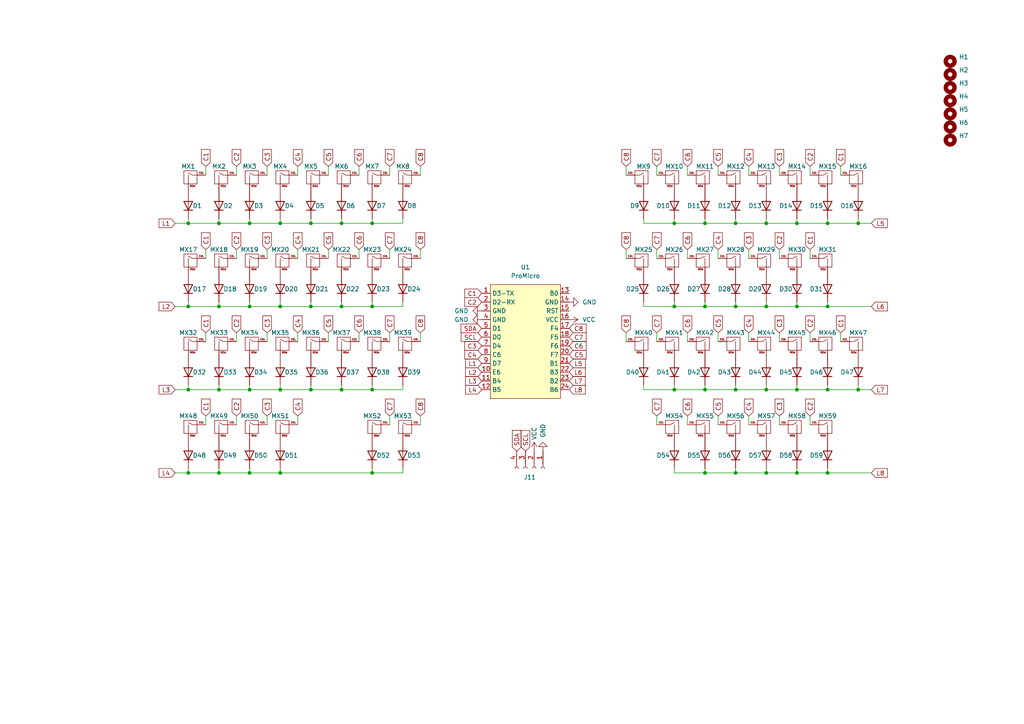
<source format=kicad_sch>
(kicad_sch (version 20230121) (generator eeschema)
  (paper "A4")
  (junction (at 222.25 64.77))
  (junction (at 81.28 113.03))
  (junction (at 63.5 88.9))
  (junction (at 72.39 88.9))
  (junction (at 213.36 137.16))
  (junction (at 63.5 113.03))
  (junction (at 72.39 64.77))
  (junction (at 213.36 113.03))
  (junction (at 204.47 137.16))
  (junction (at 72.39 137.16))
  (junction (at 107.95 64.77))
  (junction (at 204.47 64.77))
  (junction (at 222.25 137.16))
  (junction (at 195.58 113.03))
  (junction (at 231.14 113.03))
  (junction (at 204.47 113.03))
  (junction (at 248.92 64.77))
  (junction (at 240.03 64.77))
  (junction (at 195.58 64.77))
  (junction (at 107.95 88.9))
  (junction (at 99.06 64.77))
  (junction (at 72.39 113.03))
  (junction (at 81.28 88.9))
  (junction (at 90.17 88.9))
  (junction (at 240.03 88.9))
  (junction (at 222.25 88.9))
  (junction (at 54.61 64.77))
  (junction (at 54.61 113.03))
  (junction (at 54.61 88.9))
  (junction (at 231.14 64.77))
  (junction (at 213.36 88.9))
  (junction (at 213.36 64.77))
  (junction (at 99.06 88.9))
  (junction (at 99.06 113.03))
  (junction (at 81.28 64.77))
  (junction (at 63.5 137.16))
  (junction (at 81.28 137.16))
  (junction (at 90.17 64.77))
  (junction (at 222.25 113.03))
  (junction (at 248.92 113.03))
  (junction (at 195.58 88.9))
  (junction (at 240.03 113.03))
  (junction (at 204.47 88.9))
  (junction (at 231.14 88.9))
  (junction (at 63.5 64.77))
  (junction (at 231.14 137.16))
  (junction (at 107.95 113.03))
  (junction (at 107.95 137.16))
  (junction (at 240.03 137.16))
  (junction (at 90.17 113.03))
  (junction (at 54.61 137.16))
  (wire (pts (xy 222.25 88.9) (xy 222.25 87.63)))
  (wire (pts (xy 50.8 88.9) (xy 54.61 88.9)))
  (wire (pts (xy 208.28 120.65) (xy 208.28 123.19)))
  (wire (pts (xy 190.5 72.39) (xy 190.5 74.93)))
  (wire (pts (xy 63.5 137.16) (xy 72.39 137.16)))
  (wire (pts (xy 107.95 113.03) (xy 116.84 113.03)))
  (wire (pts (xy 59.69 72.39) (xy 59.69 74.93)))
  (wire (pts (xy 72.39 88.9) (xy 72.39 87.63)))
  (wire (pts (xy 63.5 64.77) (xy 63.5 63.5)))
  (wire (pts (xy 231.14 137.16) (xy 222.25 137.16)))
  (wire (pts (xy 54.61 137.16) (xy 63.5 137.16)))
  (wire (pts (xy 222.25 113.03) (xy 213.36 113.03)))
  (wire (pts (xy 104.14 96.52) (xy 104.14 99.06)))
  (wire (pts (xy 116.84 113.03) (xy 116.84 111.76)))
  (wire (pts (xy 50.8 113.03) (xy 54.61 113.03)))
  (wire (pts (xy 68.58 120.65) (xy 68.58 123.19)))
  (wire (pts (xy 90.17 113.03) (xy 90.17 111.76)))
  (wire (pts (xy 86.36 96.52) (xy 86.36 99.06)))
  (wire (pts (xy 240.03 88.9) (xy 252.73 88.9)))
  (wire (pts (xy 222.25 64.77) (xy 213.36 64.77)))
  (wire (pts (xy 107.95 88.9) (xy 107.95 87.63)))
  (wire (pts (xy 213.36 137.16) (xy 213.36 135.89)))
  (wire (pts (xy 190.5 96.52) (xy 190.5 99.06)))
  (wire (pts (xy 234.95 72.39) (xy 234.95 74.93)))
  (wire (pts (xy 77.47 48.26) (xy 77.47 50.8)))
  (wire (pts (xy 63.5 113.03) (xy 63.5 111.76)))
  (wire (pts (xy 72.39 113.03) (xy 81.28 113.03)))
  (wire (pts (xy 195.58 137.16) (xy 195.58 135.89)))
  (wire (pts (xy 104.14 72.39) (xy 104.14 74.93)))
  (wire (pts (xy 181.61 48.26) (xy 181.61 50.8)))
  (wire (pts (xy 99.06 113.03) (xy 107.95 113.03)))
  (wire (pts (xy 107.95 137.16) (xy 116.84 137.16)))
  (wire (pts (xy 217.17 72.39) (xy 217.17 74.93)))
  (wire (pts (xy 213.36 113.03) (xy 204.47 113.03)))
  (wire (pts (xy 240.03 88.9) (xy 240.03 87.63)))
  (wire (pts (xy 190.5 48.26) (xy 190.5 50.8)))
  (wire (pts (xy 181.61 72.39) (xy 181.61 74.93)))
  (wire (pts (xy 213.36 88.9) (xy 204.47 88.9)))
  (wire (pts (xy 95.25 96.52) (xy 95.25 99.06)))
  (wire (pts (xy 99.06 88.9) (xy 99.06 87.63)))
  (wire (pts (xy 199.39 72.39) (xy 199.39 74.93)))
  (wire (pts (xy 252.73 64.77) (xy 248.92 64.77)))
  (wire (pts (xy 121.92 120.65) (xy 121.92 123.19)))
  (wire (pts (xy 59.69 48.26) (xy 59.69 50.8)))
  (wire (pts (xy 90.17 88.9) (xy 99.06 88.9)))
  (wire (pts (xy 240.03 137.16) (xy 240.03 135.89)))
  (wire (pts (xy 72.39 137.16) (xy 72.39 135.89)))
  (wire (pts (xy 199.39 120.65) (xy 199.39 123.19)))
  (wire (pts (xy 248.92 64.77) (xy 240.03 64.77)))
  (wire (pts (xy 63.5 113.03) (xy 72.39 113.03)))
  (wire (pts (xy 77.47 72.39) (xy 77.47 74.93)))
  (wire (pts (xy 90.17 64.77) (xy 90.17 63.5)))
  (wire (pts (xy 252.73 113.03) (xy 248.92 113.03)))
  (wire (pts (xy 95.25 48.26) (xy 95.25 50.8)))
  (wire (pts (xy 86.36 48.26) (xy 86.36 50.8)))
  (wire (pts (xy 195.58 113.03) (xy 186.69 113.03)))
  (wire (pts (xy 190.5 120.65) (xy 190.5 123.19)))
  (wire (pts (xy 199.39 96.52) (xy 199.39 99.06)))
  (wire (pts (xy 54.61 64.77) (xy 54.61 63.5)))
  (wire (pts (xy 68.58 72.39) (xy 68.58 74.93)))
  (wire (pts (xy 243.84 96.52) (xy 243.84 99.06)))
  (wire (pts (xy 231.14 64.77) (xy 222.25 64.77)))
  (wire (pts (xy 121.92 72.39) (xy 121.92 74.93)))
  (wire (pts (xy 222.25 137.16) (xy 213.36 137.16)))
  (wire (pts (xy 181.61 96.52) (xy 181.61 99.06)))
  (wire (pts (xy 195.58 64.77) (xy 195.58 63.5)))
  (wire (pts (xy 213.36 113.03) (xy 213.36 111.76)))
  (wire (pts (xy 240.03 88.9) (xy 231.14 88.9)))
  (wire (pts (xy 81.28 137.16) (xy 107.95 137.16)))
  (wire (pts (xy 231.14 88.9) (xy 231.14 87.63)))
  (wire (pts (xy 195.58 113.03) (xy 195.58 111.76)))
  (wire (pts (xy 243.84 48.26) (xy 243.84 50.8)))
  (wire (pts (xy 222.25 137.16) (xy 222.25 135.89)))
  (wire (pts (xy 113.03 48.26) (xy 113.03 50.8)))
  (wire (pts (xy 231.14 88.9) (xy 222.25 88.9)))
  (wire (pts (xy 107.95 88.9) (xy 116.84 88.9)))
  (wire (pts (xy 217.17 96.52) (xy 217.17 99.06)))
  (wire (pts (xy 54.61 88.9) (xy 54.61 87.63)))
  (wire (pts (xy 204.47 113.03) (xy 195.58 113.03)))
  (wire (pts (xy 208.28 96.52) (xy 208.28 99.06)))
  (wire (pts (xy 81.28 64.77) (xy 90.17 64.77)))
  (wire (pts (xy 116.84 137.16) (xy 116.84 135.89)))
  (wire (pts (xy 90.17 64.77) (xy 99.06 64.77)))
  (wire (pts (xy 90.17 88.9) (xy 90.17 87.63)))
  (wire (pts (xy 113.03 96.52) (xy 113.03 99.06)))
  (wire (pts (xy 248.92 64.77) (xy 248.92 63.5)))
  (wire (pts (xy 186.69 88.9) (xy 186.69 87.63)))
  (wire (pts (xy 226.06 48.26) (xy 226.06 50.8)))
  (wire (pts (xy 121.92 48.26) (xy 121.92 50.8)))
  (wire (pts (xy 121.92 96.52) (xy 121.92 99.06)))
  (wire (pts (xy 63.5 64.77) (xy 72.39 64.77)))
  (wire (pts (xy 86.36 120.65) (xy 86.36 123.19)))
  (wire (pts (xy 68.58 96.52) (xy 68.58 99.06)))
  (wire (pts (xy 81.28 137.16) (xy 81.28 135.89)))
  (wire (pts (xy 234.95 48.26) (xy 234.95 50.8)))
  (wire (pts (xy 186.69 113.03) (xy 186.69 111.76)))
  (wire (pts (xy 99.06 64.77) (xy 107.95 64.77)))
  (wire (pts (xy 204.47 88.9) (xy 195.58 88.9)))
  (wire (pts (xy 50.8 64.77) (xy 54.61 64.77)))
  (wire (pts (xy 107.95 64.77) (xy 116.84 64.77)))
  (wire (pts (xy 234.95 120.65) (xy 234.95 123.19)))
  (wire (pts (xy 72.39 137.16) (xy 81.28 137.16)))
  (wire (pts (xy 217.17 120.65) (xy 217.17 123.19)))
  (wire (pts (xy 116.84 88.9) (xy 116.84 87.63)))
  (wire (pts (xy 195.58 64.77) (xy 186.69 64.77)))
  (wire (pts (xy 240.03 113.03) (xy 240.03 111.76)))
  (wire (pts (xy 81.28 64.77) (xy 81.28 63.5)))
  (wire (pts (xy 86.36 72.39) (xy 86.36 74.93)))
  (wire (pts (xy 59.69 96.52) (xy 59.69 99.06)))
  (wire (pts (xy 81.28 113.03) (xy 90.17 113.03)))
  (wire (pts (xy 226.06 96.52) (xy 226.06 99.06)))
  (wire (pts (xy 63.5 88.9) (xy 63.5 87.63)))
  (wire (pts (xy 231.14 137.16) (xy 231.14 135.89)))
  (wire (pts (xy 204.47 88.9) (xy 204.47 87.63)))
  (wire (pts (xy 72.39 113.03) (xy 72.39 111.76)))
  (wire (pts (xy 240.03 137.16) (xy 252.73 137.16)))
  (wire (pts (xy 113.03 120.65) (xy 113.03 123.19)))
  (wire (pts (xy 226.06 72.39) (xy 226.06 74.93)))
  (wire (pts (xy 99.06 113.03) (xy 99.06 111.76)))
  (wire (pts (xy 240.03 113.03) (xy 231.14 113.03)))
  (wire (pts (xy 195.58 88.9) (xy 186.69 88.9)))
  (wire (pts (xy 226.06 120.65) (xy 226.06 123.19)))
  (wire (pts (xy 68.58 48.26) (xy 68.58 50.8)))
  (wire (pts (xy 72.39 64.77) (xy 72.39 63.5)))
  (wire (pts (xy 234.95 96.52) (xy 234.95 99.06)))
  (wire (pts (xy 231.14 113.03) (xy 231.14 111.76)))
  (wire (pts (xy 90.17 113.03) (xy 99.06 113.03)))
  (wire (pts (xy 72.39 88.9) (xy 81.28 88.9)))
  (wire (pts (xy 248.92 113.03) (xy 240.03 113.03)))
  (wire (pts (xy 72.39 64.77) (xy 81.28 64.77)))
  (wire (pts (xy 54.61 113.03) (xy 63.5 113.03)))
  (wire (pts (xy 222.25 113.03) (xy 222.25 111.76)))
  (wire (pts (xy 208.28 72.39) (xy 208.28 74.93)))
  (wire (pts (xy 59.69 120.65) (xy 59.69 123.19)))
  (wire (pts (xy 116.84 64.77) (xy 116.84 63.5)))
  (wire (pts (xy 217.17 48.26) (xy 217.17 50.8)))
  (wire (pts (xy 213.36 64.77) (xy 204.47 64.77)))
  (wire (pts (xy 240.03 64.77) (xy 240.03 63.5)))
  (wire (pts (xy 204.47 113.03) (xy 204.47 111.76)))
  (wire (pts (xy 107.95 64.77) (xy 107.95 63.5)))
  (wire (pts (xy 54.61 113.03) (xy 54.61 111.76)))
  (wire (pts (xy 107.95 113.03) (xy 107.95 111.76)))
  (wire (pts (xy 104.14 48.26) (xy 104.14 50.8)))
  (wire (pts (xy 204.47 137.16) (xy 204.47 135.89)))
  (wire (pts (xy 231.14 64.77) (xy 231.14 63.5)))
  (wire (pts (xy 113.03 72.39) (xy 113.03 74.93)))
  (wire (pts (xy 213.36 88.9) (xy 213.36 87.63)))
  (wire (pts (xy 208.28 48.26) (xy 208.28 50.8)))
  (wire (pts (xy 204.47 64.77) (xy 204.47 63.5)))
  (wire (pts (xy 107.95 137.16) (xy 107.95 135.89)))
  (wire (pts (xy 63.5 137.16) (xy 63.5 135.89)))
  (wire (pts (xy 240.03 64.77) (xy 231.14 64.77)))
  (wire (pts (xy 77.47 96.52) (xy 77.47 99.06)))
  (wire (pts (xy 81.28 113.03) (xy 81.28 111.76)))
  (wire (pts (xy 99.06 88.9) (xy 107.95 88.9)))
  (wire (pts (xy 81.28 88.9) (xy 81.28 87.63)))
  (wire (pts (xy 240.03 137.16) (xy 231.14 137.16)))
  (wire (pts (xy 231.14 113.03) (xy 222.25 113.03)))
  (wire (pts (xy 222.25 88.9) (xy 213.36 88.9)))
  (wire (pts (xy 195.58 88.9) (xy 195.58 87.63)))
  (wire (pts (xy 63.5 88.9) (xy 72.39 88.9)))
  (wire (pts (xy 213.36 64.77) (xy 213.36 63.5)))
  (wire (pts (xy 95.25 72.39) (xy 95.25 74.93)))
  (wire (pts (xy 222.25 64.77) (xy 222.25 63.5)))
  (wire (pts (xy 186.69 64.77) (xy 186.69 63.5)))
  (wire (pts (xy 99.06 64.77) (xy 99.06 63.5)))
  (wire (pts (xy 204.47 137.16) (xy 195.58 137.16)))
  (wire (pts (xy 54.61 137.16) (xy 54.61 135.89)))
  (wire (pts (xy 213.36 137.16) (xy 204.47 137.16)))
  (wire (pts (xy 54.61 64.77) (xy 63.5 64.77)))
  (wire (pts (xy 204.47 64.77) (xy 195.58 64.77)))
  (wire (pts (xy 77.47 120.65) (xy 77.47 123.19)))
  (wire (pts (xy 50.8 137.16) (xy 54.61 137.16)))
  (wire (pts (xy 54.61 88.9) (xy 63.5 88.9)))
  (wire (pts (xy 81.28 88.9) (xy 90.17 88.9)))
  (wire (pts (xy 199.39 48.26) (xy 199.39 50.8)))
  (wire (pts (xy 248.92 113.03) (xy 248.92 111.76)))
  (global_label "C4" (shape input) (at 86.36 48.26 90) (property "Intersheetrefs" "${INTERSHEET_REFS}" (effects hide)))
  (global_label "C1" (shape input) (at 59.69 96.52 90) (property "Intersheetrefs" "${INTERSHEET_REFS}" (effects hide)))
  (global_label "C7" (shape input) (at 113.03 96.52 90) (property "Intersheetrefs" "${INTERSHEET_REFS}" (effects hide)))
  (global_label "C6" (shape input) (at 199.39 48.26 90) (property "Intersheetrefs" "${INTERSHEET_REFS}" (effects hide)))
  (global_label "SCL" (shape input) (at 152.4 130.81 90) (property "Intersheetrefs" "${INTERSHEET_REFS}" (effects hide)))
  (global_label "C6" (shape input) (at 199.39 120.65 90) (property "Intersheetrefs" "${INTERSHEET_REFS}" (effects hide)))
  (global_label "C1" (shape input) (at 243.84 96.52 90) (property "Intersheetrefs" "${INTERSHEET_REFS}" (effects hide)))
  (global_label "C4" (shape input) (at 208.28 72.39 90) (property "Intersheetrefs" "${INTERSHEET_REFS}" (effects hide)))
  (global_label "C7" (shape input) (at 113.03 120.65 90) (property "Intersheetrefs" "${INTERSHEET_REFS}" (effects hide)))
  (global_label "C8" (shape input) (at 121.92 48.26 90) (property "Intersheetrefs" "${INTERSHEET_REFS}" (effects hide)))
  (global_label "C5" (shape input) (at 165.1 102.87 0) (property "Intersheetrefs" "${INTERSHEET_REFS}" (effects hide)))
  (global_label "L6" (shape input) (at 252.73 88.9 0) (property "Intersheetrefs" "${INTERSHEET_REFS}" (effects hide)))
  (global_label "C6" (shape input) (at 199.39 72.39 90) (property "Intersheetrefs" "${INTERSHEET_REFS}" (effects hide)))
  (global_label "L1" (shape input) (at 139.7 105.41 180) (property "Intersheetrefs" "${INTERSHEET_REFS}" (effects hide)))
  (global_label "C5" (shape input) (at 95.25 48.26 90) (property "Intersheetrefs" "${INTERSHEET_REFS}" (effects hide)))
  (global_label "C3" (shape input) (at 139.7 100.33 180) (property "Intersheetrefs" "${INTERSHEET_REFS}" (effects hide)))
  (global_label "C1" (shape input) (at 139.7 85.09 180) (property "Intersheetrefs" "${INTERSHEET_REFS}" (effects hide)))
  (global_label "C4" (shape input) (at 217.17 48.26 90) (property "Intersheetrefs" "${INTERSHEET_REFS}" (effects hide)))
  (global_label "L4" (shape input) (at 50.8 137.16 180) (property "Intersheetrefs" "${INTERSHEET_REFS}" (effects hide)))
  (global_label "L2" (shape input) (at 50.8 88.9 180) (property "Intersheetrefs" "${INTERSHEET_REFS}" (effects hide)))
  (global_label "C8" (shape input) (at 121.92 96.52 90) (property "Intersheetrefs" "${INTERSHEET_REFS}" (effects hide)))
  (global_label "C6" (shape input) (at 104.14 72.39 90) (property "Intersheetrefs" "${INTERSHEET_REFS}" (effects hide)))
  (global_label "L1" (shape input) (at 50.8 64.77 180) (property "Intersheetrefs" "${INTERSHEET_REFS}" (effects hide)))
  (global_label "C1" (shape input) (at 59.69 120.65 90) (property "Intersheetrefs" "${INTERSHEET_REFS}" (effects hide)))
  (global_label "C6" (shape input) (at 104.14 96.52 90) (property "Intersheetrefs" "${INTERSHEET_REFS}" (effects hide)))
  (global_label "C3" (shape input) (at 226.06 48.26 90) (property "Intersheetrefs" "${INTERSHEET_REFS}" (effects hide)))
  (global_label "C1" (shape input) (at 59.69 48.26 90) (property "Intersheetrefs" "${INTERSHEET_REFS}" (effects hide)))
  (global_label "C5" (shape input) (at 95.25 72.39 90) (property "Intersheetrefs" "${INTERSHEET_REFS}" (effects hide)))
  (global_label "C4" (shape input) (at 139.7 102.87 180) (property "Intersheetrefs" "${INTERSHEET_REFS}" (effects hide)))
  (global_label "C1" (shape input) (at 59.69 72.39 90) (property "Intersheetrefs" "${INTERSHEET_REFS}" (effects hide)))
  (global_label "SDA" (shape input) (at 139.7 95.25 180) (property "Intersheetrefs" "${INTERSHEET_REFS}" (effects hide)))
  (global_label "L6" (shape input) (at 165.1 107.95 0) (property "Intersheetrefs" "${INTERSHEET_REFS}" (effects hide)))
  (global_label "C8" (shape input) (at 181.61 96.52 90) (property "Intersheetrefs" "${INTERSHEET_REFS}" (effects hide)))
  (global_label "C5" (shape input) (at 208.28 48.26 90) (property "Intersheetrefs" "${INTERSHEET_REFS}" (effects hide)))
  (global_label "L5" (shape input) (at 165.1 105.41 0) (property "Intersheetrefs" "${INTERSHEET_REFS}" (effects hide)))
  (global_label "C7" (shape input) (at 113.03 72.39 90) (property "Intersheetrefs" "${INTERSHEET_REFS}" (effects hide)))
  (global_label "C2" (shape input) (at 139.7 87.63 180) (property "Intersheetrefs" "${INTERSHEET_REFS}" (effects hide)))
  (global_label "C2" (shape input) (at 68.58 48.26 90) (property "Intersheetrefs" "${INTERSHEET_REFS}" (effects hide)))
  (global_label "C7" (shape input) (at 190.5 96.52 90) (property "Intersheetrefs" "${INTERSHEET_REFS}" (effects hide)))
  (global_label "C8" (shape input) (at 181.61 48.26 90) (property "Intersheetrefs" "${INTERSHEET_REFS}" (effects hide)))
  (global_label "C3" (shape input) (at 77.47 72.39 90) (property "Intersheetrefs" "${INTERSHEET_REFS}" (effects hide)))
  (global_label "L7" (shape input) (at 165.1 110.49 0) (property "Intersheetrefs" "${INTERSHEET_REFS}" (effects hide)))
  (global_label "C4" (shape input) (at 86.36 96.52 90) (property "Intersheetrefs" "${INTERSHEET_REFS}" (effects hide)))
  (global_label "C2" (shape input) (at 226.06 72.39 90) (property "Intersheetrefs" "${INTERSHEET_REFS}" (effects hide)))
  (global_label "C8" (shape input) (at 121.92 72.39 90) (property "Intersheetrefs" "${INTERSHEET_REFS}" (effects hide)))
  (global_label "C4" (shape input) (at 86.36 72.39 90) (property "Intersheetrefs" "${INTERSHEET_REFS}" (effects hide)))
  (global_label "L8" (shape input) (at 252.73 137.16 0) (property "Intersheetrefs" "${INTERSHEET_REFS}" (effects hide)))
  (global_label "C3" (shape input) (at 77.47 48.26 90) (property "Intersheetrefs" "${INTERSHEET_REFS}" (effects hide)))
  (global_label "C3" (shape input) (at 77.47 96.52 90) (property "Intersheetrefs" "${INTERSHEET_REFS}" (effects hide)))
  (global_label "L3" (shape input) (at 139.7 110.49 180) (property "Intersheetrefs" "${INTERSHEET_REFS}" (effects hide)))
  (global_label "SCL" (shape input) (at 139.7 97.79 180) (property "Intersheetrefs" "${INTERSHEET_REFS}" (effects hide)))
  (global_label "C3" (shape input) (at 217.17 72.39 90) (property "Intersheetrefs" "${INTERSHEET_REFS}" (effects hide)))
  (global_label "C1" (shape input) (at 243.84 48.26 90) (property "Intersheetrefs" "${INTERSHEET_REFS}" (effects hide)))
  (global_label "C7" (shape input) (at 190.5 120.65 90) (property "Intersheetrefs" "${INTERSHEET_REFS}" (effects hide)))
  (global_label "C4" (shape input) (at 86.36 120.65 90) (property "Intersheetrefs" "${INTERSHEET_REFS}" (effects hide)))
  (global_label "C2" (shape input) (at 68.58 72.39 90) (property "Intersheetrefs" "${INTERSHEET_REFS}" (effects hide)))
  (global_label "L4" (shape input) (at 139.7 113.03 180) (property "Intersheetrefs" "${INTERSHEET_REFS}" (effects hide)))
  (global_label "C3" (shape input) (at 226.06 120.65 90) (property "Intersheetrefs" "${INTERSHEET_REFS}" (effects hide)))
  (global_label "C8" (shape input) (at 165.1 95.25 0) (property "Intersheetrefs" "${INTERSHEET_REFS}" (effects hide)))
  (global_label "C7" (shape input) (at 165.1 97.79 0) (property "Intersheetrefs" "${INTERSHEET_REFS}" (effects hide)))
  (global_label "L3" (shape input) (at 50.8 113.03 180) (property "Intersheetrefs" "${INTERSHEET_REFS}" (effects hide)))
  (global_label "C2" (shape input) (at 234.95 96.52 90) (property "Intersheetrefs" "${INTERSHEET_REFS}" (effects hide)))
  (global_label "L7" (shape input) (at 252.73 113.03 0) (property "Intersheetrefs" "${INTERSHEET_REFS}" (effects hide)))
  (global_label "C7" (shape input) (at 190.5 48.26 90) (property "Intersheetrefs" "${INTERSHEET_REFS}" (effects hide)))
  (global_label "C2" (shape input) (at 68.58 96.52 90) (property "Intersheetrefs" "${INTERSHEET_REFS}" (effects hide)))
  (global_label "L2" (shape input) (at 139.7 107.95 180) (property "Intersheetrefs" "${INTERSHEET_REFS}" (effects hide)))
  (global_label "C5" (shape input) (at 95.25 96.52 90) (property "Intersheetrefs" "${INTERSHEET_REFS}" (effects hide)))
  (global_label "C7" (shape input) (at 190.5 72.39 90) (property "Intersheetrefs" "${INTERSHEET_REFS}" (effects hide)))
  (global_label "C1" (shape input) (at 234.95 72.39 90) (property "Intersheetrefs" "${INTERSHEET_REFS}" (effects hide)))
  (global_label "C6" (shape input) (at 104.14 48.26 90) (property "Intersheetrefs" "${INTERSHEET_REFS}" (effects hide)))
  (global_label "C7" (shape input) (at 113.03 48.26 90) (property "Intersheetrefs" "${INTERSHEET_REFS}" (effects hide)))
  (global_label "C2" (shape input) (at 234.95 48.26 90) (property "Intersheetrefs" "${INTERSHEET_REFS}" (effects hide)))
  (global_label "C4" (shape input) (at 217.17 96.52 90) (property "Intersheetrefs" "${INTERSHEET_REFS}" (effects hide)))
  (global_label "C4" (shape input) (at 217.17 120.65 90) (property "Intersheetrefs" "${INTERSHEET_REFS}" (effects hide)))
  (global_label "C8" (shape input) (at 121.92 120.65 90) (property "Intersheetrefs" "${INTERSHEET_REFS}" (effects hide)))
  (global_label "SDA" (shape input) (at 149.86 130.81 90) (property "Intersheetrefs" "${INTERSHEET_REFS}" (effects hide)))
  (global_label "C5" (shape input) (at 208.28 96.52 90) (property "Intersheetrefs" "${INTERSHEET_REFS}" (effects hide)))
  (global_label "C2" (shape input) (at 234.95 120.65 90) (property "Intersheetrefs" "${INTERSHEET_REFS}" (effects hide)))
  (global_label "L5" (shape input) (at 252.73 64.77 0) (property "Intersheetrefs" "${INTERSHEET_REFS}" (effects hide)))
  (global_label "C5" (shape input) (at 208.28 120.65 90) (property "Intersheetrefs" "${INTERSHEET_REFS}" (effects hide)))
  (global_label "C3" (shape input) (at 77.47 120.65 90) (property "Intersheetrefs" "${INTERSHEET_REFS}" (effects hide)))
  (global_label "L8" (shape input) (at 165.1 113.03 0) (property "Intersheetrefs" "${INTERSHEET_REFS}" (effects hide)))
  (global_label "C8" (shape input) (at 181.61 72.39 90) (property "Intersheetrefs" "${INTERSHEET_REFS}" (effects hide)))
  (global_label "C2" (shape input) (at 68.58 120.65 90) (property "Intersheetrefs" "${INTERSHEET_REFS}" (effects hide)))
  (global_label "C3" (shape input) (at 226.06 96.52 90) (property "Intersheetrefs" "${INTERSHEET_REFS}" (effects hide)))
  (global_label "C6" (shape input) (at 199.39 96.52 90) (property "Intersheetrefs" "${INTERSHEET_REFS}" (effects hide)))
  (global_label "C6" (shape input) (at 165.1 100.33 0) (property "Intersheetrefs" "${INTERSHEET_REFS}" (effects hide)))
  (symbol (lib_id "PCM_0xcb:MX") (at 64.77 123.19 0) (unit 1)
    (property "Reference" "MX49" (at 63.5 120.65 0))
    (property "Value" "MX" (effects hide))
    (property "Footprint" "_mx:MX-Alps-Hybrid-1U" (effects hide))
  )
  (symbol (lib_id "Diode:1N4148") (at 63.5 59.69 90) (unit 1)
    (property "Reference" "D2" (at 64.77 59.69 90) (effects (justify right)))
    (property "Value" "1N4148" (effects hide))
    (property "Footprint" "Diode_THT:D_DO-35_SOD27_P7.62mm_Horizontal" (effects hide))
    (property "Datasheet" "https://assets.nexperia.com/documents/data-sheet/1N4148_1N4448.pdf" (effects hide))
    (property "Sim.Device" "D" (effects hide))
    (property "Sim.Pins" "1=K 2=A" (effects hide))
  )
  (symbol (lib_id "PCM_0xcb:MX") (at 73.66 99.06 0) (unit 1)
    (property "Reference" "MX34" (at 72.39 96.52 0))
    (property "Value" "MX" (effects hide))
    (property "Footprint" "_mx:MX-Alps-Hybrid-1U" (effects hide))
  )
  (symbol (lib_id "Diode:1N4148") (at 72.39 107.95 90) (unit 1)
    (property "Reference" "D34" (at 73.66 107.95 90) (effects (justify right)))
    (property "Value" "1N4148" (effects hide))
    (property "Footprint" "Diode_THT:D_DO-35_SOD27_P7.62mm_Horizontal" (effects hide))
    (property "Datasheet" "https://assets.nexperia.com/documents/data-sheet/1N4148_1N4448.pdf" (effects hide))
    (property "Sim.Device" "D" (effects hide))
    (property "Sim.Pins" "1=K 2=A" (effects hide))
  )
  (symbol (lib_id "Diode:1N4148") (at 222.25 132.08 270) (mirror x) (unit 1)
    (property "Reference" "D57" (at 220.98 132.08 90) (effects (justify right)))
    (property "Value" "1N4148" (effects hide))
    (property "Footprint" "Diode_THT:D_DO-35_SOD27_P7.62mm_Horizontal" (effects hide))
    (property "Datasheet" "https://assets.nexperia.com/documents/data-sheet/1N4148_1N4448.pdf" (effects hide))
    (property "Sim.Device" "D" (effects hide))
    (property "Sim.Pins" "1=K 2=A" (effects hide))
  )
  (symbol (lib_id "PCM_0xcb:MX") (at 73.66 50.8 0) (unit 1)
    (property "Reference" "MX3" (at 72.39 48.26 0))
    (property "Value" "MX" (effects hide))
    (property "Footprint" "_mx:MX-Alps-Hybrid-1U" (effects hide))
  )
  (symbol (lib_id "PCM_0xcb:MX") (at 220.98 99.06 0) (mirror y) (unit 1)
    (property "Reference" "MX44" (at 222.25 96.52 0))
    (property "Value" "MX" (effects hide))
    (property "Footprint" "_mx:MX-Alps-Hybrid-1U" (effects hide))
  )
  (symbol (lib_id "Diode:1N4148") (at 90.17 107.95 90) (unit 1)
    (property "Reference" "D36" (at 91.44 107.95 90) (effects (justify right)))
    (property "Value" "1N4148" (effects hide))
    (property "Footprint" "Diode_THT:D_DO-35_SOD27_P7.62mm_Horizontal" (effects hide))
    (property "Datasheet" "https://assets.nexperia.com/documents/data-sheet/1N4148_1N4448.pdf" (effects hide))
    (property "Sim.Device" "D" (effects hide))
    (property "Sim.Pins" "1=K 2=A" (effects hide))
  )
  (symbol (lib_id "Diode:1N4148") (at 231.14 107.95 270) (mirror x) (unit 1)
    (property "Reference" "D45" (at 229.87 107.95 90) (effects (justify right)))
    (property "Value" "1N4148" (effects hide))
    (property "Footprint" "Diode_THT:D_DO-35_SOD27_P7.62mm_Horizontal" (effects hide))
    (property "Datasheet" "https://assets.nexperia.com/documents/data-sheet/1N4148_1N4448.pdf" (effects hide))
    (property "Sim.Device" "D" (effects hide))
    (property "Sim.Pins" "1=K 2=A" (effects hide))
  )
  (symbol (lib_id "Diode:1N4148") (at 63.5 107.95 90) (unit 1)
    (property "Reference" "D33" (at 64.77 107.95 90) (effects (justify right)))
    (property "Value" "1N4148" (effects hide))
    (property "Footprint" "Diode_THT:D_DO-35_SOD27_P7.62mm_Horizontal" (effects hide))
    (property "Datasheet" "https://assets.nexperia.com/documents/data-sheet/1N4148_1N4448.pdf" (effects hide))
    (property "Sim.Device" "D" (effects hide))
    (property "Sim.Pins" "1=K 2=A" (effects hide))
  )
  (symbol (lib_id "Diode:1N4148") (at 81.28 132.08 90) (unit 1)
    (property "Reference" "D51" (at 82.55 132.08 90) (effects (justify right)))
    (property "Value" "1N4148" (effects hide))
    (property "Footprint" "Diode_THT:D_DO-35_SOD27_P7.62mm_Horizontal" (effects hide))
    (property "Datasheet" "https://assets.nexperia.com/documents/data-sheet/1N4148_1N4448.pdf" (effects hide))
    (property "Sim.Device" "D" (effects hide))
    (property "Sim.Pins" "1=K 2=A" (effects hide))
  )
  (symbol (lib_id "PCM_0xcb:MX") (at 220.98 74.93 0) (mirror y) (unit 1)
    (property "Reference" "MX29" (at 222.25 72.39 0))
    (property "Value" "MX" (effects hide))
    (property "Footprint" "_mx:MX-Alps-Hybrid-1U" (effects hide))
  )
  (symbol (lib_id "PCM_0xcb:MX") (at 64.77 50.8 0) (unit 1)
    (property "Reference" "MX2" (at 63.5 48.26 0))
    (property "Value" "MX" (effects hide))
    (property "Footprint" "_mx:MX-Alps-Hybrid-1U" (effects hide))
  )
  (symbol (lib_id "Diode:1N4148") (at 81.28 107.95 90) (unit 1)
    (property "Reference" "D35" (at 82.55 107.95 90) (effects (justify right)))
    (property "Value" "1N4148" (effects hide))
    (property "Footprint" "Diode_THT:D_DO-35_SOD27_P7.62mm_Horizontal" (effects hide))
    (property "Datasheet" "https://assets.nexperia.com/documents/data-sheet/1N4148_1N4448.pdf" (effects hide))
    (property "Sim.Device" "D" (effects hide))
    (property "Sim.Pins" "1=K 2=A" (effects hide))
  )
  (symbol (lib_id "Diode:1N4148") (at 72.39 83.82 90) (unit 1)
    (property "Reference" "D19" (at 73.66 83.82 90) (effects (justify right)))
    (property "Value" "1N4148" (effects hide))
    (property "Footprint" "Diode_THT:D_DO-35_SOD27_P7.62mm_Horizontal" (effects hide))
    (property "Datasheet" "https://assets.nexperia.com/documents/data-sheet/1N4148_1N4448.pdf" (effects hide))
    (property "Sim.Device" "D" (effects hide))
    (property "Sim.Pins" "1=K 2=A" (effects hide))
  )
  (symbol (lib_id "power:GND") (at 139.7 92.71 270) (unit 1)
    (property "Reference" "#PWR04" (effects hide))
    (property "Value" "GND" (at 135.89 92.71 90) (effects (justify right)))
  )
  (symbol (lib_id "Diode:1N4148") (at 195.58 83.82 270) (mirror x) (unit 1)
    (property "Reference" "D26" (at 194.31 83.82 90) (effects (justify right)))
    (property "Value" "1N4148" (effects hide))
    (property "Footprint" "Diode_THT:D_DO-35_SOD27_P7.62mm_Horizontal" (effects hide))
    (property "Datasheet" "https://assets.nexperia.com/documents/data-sheet/1N4148_1N4448.pdf" (effects hide))
    (property "Sim.Device" "D" (effects hide))
    (property "Sim.Pins" "1=K 2=A" (effects hide))
  )
  (symbol (lib_id "PCM_0xcb:MX") (at 212.09 99.06 0) (mirror y) (unit 1)
    (property "Reference" "MX43" (at 213.36 96.52 0))
    (property "Value" "MX" (effects hide))
    (property "Footprint" "_mx:MX-Alps-Hybrid-1U" (effects hide))
  )
  (symbol (lib_id "power:GND") (at 165.1 87.63 90) (unit 1)
    (property "Reference" "#PWR02" (effects hide))
    (property "Value" "GND" (at 168.91 87.63 90) (effects (justify right)))
  )
  (symbol (lib_id "Diode:1N4148") (at 107.95 83.82 90) (unit 1)
    (property "Reference" "D23" (at 109.22 83.82 90) (effects (justify right)))
    (property "Value" "1N4148" (effects hide))
    (property "Footprint" "Diode_THT:D_DO-35_SOD27_P7.62mm_Horizontal" (effects hide))
    (property "Datasheet" "https://assets.nexperia.com/documents/data-sheet/1N4148_1N4448.pdf" (effects hide))
    (property "Sim.Device" "D" (effects hide))
    (property "Sim.Pins" "1=K 2=A" (effects hide))
  )
  (symbol (lib_id "PCM_0xcb:MX") (at 194.31 74.93 0) (mirror y) (unit 1)
    (property "Reference" "MX26" (at 195.58 72.39 0))
    (property "Value" "MX" (effects hide))
    (property "Footprint" "_mx:MX-Alps-Hybrid-1U" (effects hide))
  )
  (symbol (lib_id "PCM_0xcb:MX") (at 203.2 99.06 0) (mirror y) (unit 1)
    (property "Reference" "MX42" (at 204.47 96.52 0))
    (property "Value" "MX" (effects hide))
    (property "Footprint" "_mx:MX-Alps-Hybrid-1.25U" (effects hide))
  )
  (symbol (lib_id "PCM_0xcb:MX") (at 194.31 123.19 0) (mirror y) (unit 1)
    (property "Reference" "MX54" (at 195.58 120.65 0))
    (property "Value" "MX" (effects hide))
    (property "Footprint" "_mx:MX-Alps-Hybrid-1.25U" (effects hide))
  )
  (symbol (lib_id "Diode:1N4148") (at 222.25 107.95 270) (mirror x) (unit 1)
    (property "Reference" "D44" (at 220.98 107.95 90) (effects (justify right)))
    (property "Value" "1N4148" (effects hide))
    (property "Footprint" "Diode_THT:D_DO-35_SOD27_P7.62mm_Horizontal" (effects hide))
    (property "Datasheet" "https://assets.nexperia.com/documents/data-sheet/1N4148_1N4448.pdf" (effects hide))
    (property "Sim.Device" "D" (effects hide))
    (property "Sim.Pins" "1=K 2=A" (effects hide))
  )
  (symbol (lib_id "Diode:1N4148") (at 204.47 107.95 270) (mirror x) (unit 1)
    (property "Reference" "D42" (at 203.2 107.95 90) (effects (justify right)))
    (property "Value" "1N4148" (effects hide))
    (property "Footprint" "Diode_THT:D_DO-35_SOD27_P7.62mm_Horizontal" (effects hide))
    (property "Datasheet" "https://assets.nexperia.com/documents/data-sheet/1N4148_1N4448.pdf" (effects hide))
    (property "Sim.Device" "D" (effects hide))
    (property "Sim.Pins" "1=K 2=A" (effects hide))
  )
  (symbol (lib_id "Diode:1N4148") (at 72.39 132.08 90) (unit 1)
    (property "Reference" "D50" (at 73.66 132.08 90) (effects (justify right)))
    (property "Value" "1N4148" (effects hide))
    (property "Footprint" "Diode_THT:D_DO-35_SOD27_P7.62mm_Horizontal" (effects hide))
    (property "Datasheet" "https://assets.nexperia.com/documents/data-sheet/1N4148_1N4448.pdf" (effects hide))
    (property "Sim.Device" "D" (effects hide))
    (property "Sim.Pins" "1=K 2=A" (effects hide))
  )
  (symbol (lib_id "PCM_0xcb:MX") (at 220.98 123.19 0) (mirror y) (unit 1)
    (property "Reference" "MX57" (at 222.25 120.65 0))
    (property "Value" "MX" (effects hide))
    (property "Footprint" "_mx:MX-Alps-Hybrid-1U" (effects hide))
  )
  (symbol (lib_id "PCM_0xcb:MX") (at 55.88 99.06 0) (unit 1)
    (property "Reference" "MX32" (at 54.61 96.52 0))
    (property "Value" "MX" (effects hide))
    (property "Footprint" "_mx:MX-Alps-Hybrid-1.75U" (effects hide))
  )
  (symbol (lib_id "PCM_0xcb:MX") (at 118.11 74.93 0) (unit 1)
    (property "Reference" "MX24" (at 116.84 72.39 0))
    (property "Value" "MX" (effects hide))
    (property "Footprint" "_mx:MX-Alps-Hybrid-1U" (effects hide))
  )
  (symbol (lib_id "Diode:1N4148") (at 116.84 107.95 90) (unit 1)
    (property "Reference" "D39" (at 118.11 107.95 90) (effects (justify right)))
    (property "Value" "1N4148" (effects hide))
    (property "Footprint" "Diode_THT:D_DO-35_SOD27_P7.62mm_Horizontal" (effects hide))
    (property "Datasheet" "https://assets.nexperia.com/documents/data-sheet/1N4148_1N4448.pdf" (effects hide))
    (property "Sim.Device" "D" (effects hide))
    (property "Sim.Pins" "1=K 2=A" (effects hide))
  )
  (symbol (lib_id "PCM_0xcb:MX") (at 229.87 74.93 0) (mirror y) (unit 1)
    (property "Reference" "MX30" (at 231.14 72.39 0))
    (property "Value" "MX" (effects hide))
    (property "Footprint" "_mx:MX-Alps-Hybrid-1U" (effects hide))
  )
  (symbol (lib_id "PCM_0xcb:MX") (at 118.11 123.19 0) (unit 1)
    (property "Reference" "MX53" (at 116.84 120.65 0))
    (property "Value" "MX" (effects hide))
    (property "Footprint" "_mx:MX-Alps-Hybrid-1.25U" (effects hide))
  )
  (symbol (lib_id "Diode:1N4148") (at 116.84 83.82 90) (unit 1)
    (property "Reference" "D24" (at 118.11 83.82 90) (effects (justify right)))
    (property "Value" "1N4148" (effects hide))
    (property "Footprint" "Diode_THT:D_DO-35_SOD27_P7.62mm_Horizontal" (effects hide))
    (property "Datasheet" "https://assets.nexperia.com/documents/data-sheet/1N4148_1N4448.pdf" (effects hide))
    (property "Sim.Device" "D" (effects hide))
    (property "Sim.Pins" "1=K 2=A" (effects hide))
  )
  (symbol (lib_id "Diode:1N4148") (at 107.95 132.08 90) (unit 1)
    (property "Reference" "D52" (at 109.22 132.08 90) (effects (justify right)))
    (property "Value" "1N4148" (effects hide))
    (property "Footprint" "Diode_THT:D_DO-35_SOD27_P7.62mm_Horizontal" (effects hide))
    (property "Datasheet" "https://assets.nexperia.com/documents/data-sheet/1N4148_1N4448.pdf" (effects hide))
    (property "Sim.Device" "D" (effects hide))
    (property "Sim.Pins" "1=K 2=A" (effects hide))
  )
  (symbol (lib_id "PCM_0xcb:MX") (at 238.76 50.8 0) (mirror y) (unit 1)
    (property "Reference" "MX15" (at 240.03 48.26 0))
    (property "Value" "MX" (effects hide))
    (property "Footprint" "_mx:MX-Alps-Hybrid-1U" (effects hide))
  )
  (symbol (lib_id "PCM_0xcb:MX") (at 229.87 99.06 0) (mirror y) (unit 1)
    (property "Reference" "MX45" (at 231.14 96.52 0))
    (property "Value" "MX" (effects hide))
    (property "Footprint" "_mx:MX-Alps-Hybrid-1U" (effects hide))
  )
  (symbol (lib_id "Mechanical:MountingHole") (at 275.59 17.78 0) (unit 1)
    (property "Reference" "H1" (at 278.13 16.51 0) (effects (justify left)))
    (property "Value" "MountingHole" (effects hide))
    (property "Footprint" "MountingHole:MountingHole_2.2mm_M2" (effects hide))
  )
  (symbol (lib_id "PCM_0xcb:MX") (at 91.44 99.06 0) (unit 1)
    (property "Reference" "MX36" (at 90.17 96.52 0))
    (property "Value" "MX" (effects hide))
    (property "Footprint" "_mx:MX-Alps-Hybrid-1U" (effects hide))
  )
  (symbol (lib_id "PCM_0xcb:MX") (at 73.66 74.93 0) (unit 1)
    (property "Reference" "MX19" (at 72.39 72.39 0))
    (property "Value" "MX" (effects hide))
    (property "Footprint" "_mx:MX-Alps-Hybrid-1U" (effects hide))
  )
  (symbol (lib_id "Diode:1N4148") (at 90.17 83.82 90) (unit 1)
    (property "Reference" "D21" (at 91.44 83.82 90) (effects (justify right)))
    (property "Value" "1N4148" (effects hide))
    (property "Footprint" "Diode_THT:D_DO-35_SOD27_P7.62mm_Horizontal" (effects hide))
    (property "Datasheet" "https://assets.nexperia.com/documents/data-sheet/1N4148_1N4448.pdf" (effects hide))
    (property "Sim.Device" "D" (effects hide))
    (property "Sim.Pins" "1=K 2=A" (effects hide))
  )
  (symbol (lib_id "Diode:1N4148") (at 213.36 107.95 270) (mirror x) (unit 1)
    (property "Reference" "D43" (at 212.09 107.95 90) (effects (justify right)))
    (property "Value" "1N4148" (effects hide))
    (property "Footprint" "Diode_THT:D_DO-35_SOD27_P7.62mm_Horizontal" (effects hide))
    (property "Datasheet" "https://assets.nexperia.com/documents/data-sheet/1N4148_1N4448.pdf" (effects hide))
    (property "Sim.Device" "D" (effects hide))
    (property "Sim.Pins" "1=K 2=A" (effects hide))
  )
  (symbol (lib_id "PCM_0xcb:MX") (at 194.31 99.06 0) (mirror y) (unit 1)
    (property "Reference" "MX41" (at 195.58 96.52 0))
    (property "Value" "MX" (effects hide))
    (property "Footprint" "_mx:MX-Alps-Hybrid-1U" (effects hide))
  )
  (symbol (lib_id "PCM_0xcb:MX") (at 64.77 74.93 0) (unit 1)
    (property "Reference" "MX18" (at 63.5 72.39 0))
    (property "Value" "MX" (effects hide))
    (property "Footprint" "_mx:MX-Alps-Hybrid-1U" (effects hide))
  )
  (symbol (lib_id "PCM_0xcb:MX") (at 109.22 123.19 0) (unit 1)
    (property "Reference" "MX52" (at 107.95 120.65 0))
    (property "Value" "MX" (effects hide))
    (property "Footprint" "_mx:MX-Alps-Hybrid-2.25U-ReversedStabilizers" (effects hide))
  )
  (symbol (lib_id "PCM_0xcb:MX") (at 229.87 123.19 0) (mirror y) (unit 1)
    (property "Reference" "MX58" (at 231.14 120.65 0))
    (property "Value" "MX" (effects hide))
    (property "Footprint" "_mx:MX-Alps-Hybrid-1U" (effects hide))
  )
  (symbol (lib_id "PCM_0xcb:MX") (at 82.55 50.8 0) (unit 1)
    (property "Reference" "MX4" (at 81.28 48.26 0))
    (property "Value" "MX" (effects hide))
    (property "Footprint" "_mx:MX-Alps-Hybrid-1U" (effects hide))
  )
  (symbol (lib_id "PCM_0xcb:MX") (at 82.55 99.06 0) (unit 1)
    (property "Reference" "MX35" (at 81.28 96.52 0))
    (property "Value" "MX" (effects hide))
    (property "Footprint" "_mx:MX-Alps-Hybrid-1U" (effects hide))
  )
  (symbol (lib_id "PCM_0xcb:MX") (at 109.22 99.06 0) (unit 1)
    (property "Reference" "MX38" (at 107.95 96.52 0))
    (property "Value" "MX" (effects hide))
    (property "Footprint" "_mx:MX-Alps-Hybrid-1U" (effects hide))
  )
  (symbol (lib_id "PCM_0xcb:MX") (at 203.2 123.19 0) (mirror y) (unit 1)
    (property "Reference" "MX55" (at 204.47 120.65 0))
    (property "Value" "MX" (effects hide))
    (property "Footprint" "_mx:MX-Alps-Hybrid-1U" (effects hide))
  )
  (symbol (lib_id "Connector:Conn_01x04_Socket") (at 154.94 135.89 270) (unit 1)
    (property "Reference" "J11" (at 153.67 138.43 90))
    (property "Value" "Conn_01x04_Socket" (effects hide))
    (property "Footprint" "_oled:SSD1306-0.91-OLED-4pin-128x32" (effects hide))
  )
  (symbol (lib_id "Diode:1N4148") (at 116.84 132.08 90) (unit 1)
    (property "Reference" "D53" (at 118.11 132.08 90) (effects (justify right)))
    (property "Value" "1N4148" (effects hide))
    (property "Footprint" "Diode_THT:D_DO-35_SOD27_P7.62mm_Horizontal" (effects hide))
    (property "Datasheet" "https://assets.nexperia.com/documents/data-sheet/1N4148_1N4448.pdf" (effects hide))
    (property "Sim.Device" "D" (effects hide))
    (property "Sim.Pins" "1=K 2=A" (effects hide))
  )
  (symbol (lib_id "power:VCC") (at 165.1 92.71 270) (unit 1)
    (property "Reference" "#PWR05" (effects hide))
    (property "Value" "VCC" (at 168.91 92.71 90) (effects (justify left)))
  )
  (symbol (lib_id "Diode:1N4148") (at 116.84 59.69 90) (unit 1)
    (property "Reference" "D8" (at 118.11 59.69 90) (effects (justify right)))
    (property "Value" "1N4148" (effects hide))
    (property "Footprint" "Diode_THT:D_DO-35_SOD27_P7.62mm_Horizontal" (effects hide))
    (property "Datasheet" "https://assets.nexperia.com/documents/data-sheet/1N4148_1N4448.pdf" (effects hide))
    (property "Sim.Device" "D" (effects hide))
    (property "Sim.Pins" "1=K 2=A" (effects hide))
  )
  (symbol (lib_id "Diode:1N4148") (at 72.39 59.69 90) (unit 1)
    (property "Reference" "D3" (at 73.66 59.69 90) (effects (justify right)))
    (property "Value" "1N4148" (effects hide))
    (property "Footprint" "Diode_THT:D_DO-35_SOD27_P7.62mm_Horizontal" (effects hide))
    (property "Datasheet" "https://assets.nexperia.com/documents/data-sheet/1N4148_1N4448.pdf" (effects hide))
    (property "Sim.Device" "D" (effects hide))
    (property "Sim.Pins" "1=K 2=A" (effects hide))
  )
  (symbol (lib_id "Diode:1N4148") (at 54.61 107.95 90) (unit 1)
    (property "Reference" "D32" (at 55.88 107.95 90) (effects (justify right)))
    (property "Value" "1N4148" (effects hide))
    (property "Footprint" "Diode_THT:D_DO-35_SOD27_P7.62mm_Horizontal" (effects hide))
    (property "Datasheet" "https://assets.nexperia.com/documents/data-sheet/1N4148_1N4448.pdf" (effects hide))
    (property "Sim.Device" "D" (effects hide))
    (property "Sim.Pins" "1=K 2=A" (effects hide))
  )
  (symbol (lib_id "Diode:1N4148") (at 81.28 59.69 90) (unit 1)
    (property "Reference" "D4" (at 82.55 59.69 90) (effects (justify right)))
    (property "Value" "1N4148" (effects hide))
    (property "Footprint" "Diode_THT:D_DO-35_SOD27_P7.62mm_Horizontal" (effects hide))
    (property "Datasheet" "https://assets.nexperia.com/documents/data-sheet/1N4148_1N4448.pdf" (effects hide))
    (property "Sim.Device" "D" (effects hide))
    (property "Sim.Pins" "1=K 2=A" (effects hide))
  )
  (symbol (lib_id "Mechanical:MountingHole") (at 275.59 36.83 0) (unit 1)
    (property "Reference" "H6" (at 278.13 35.56 0) (effects (justify left)))
    (property "Value" "MountingHole" (effects hide))
    (property "Footprint" "MountingHole:MountingHole_2.2mm_M2" (effects hide))
  )
  (symbol (lib_id "PCM_marbastlib-promicroish:Arduino_ProMicro") (at 152.4 99.06 0) (unit 1) (in_bom no)
    (property "Reference" "U1" (at 152.4 77.47 0))
    (property "Value" "ProMicro" (at 152.4 80.01 0))
    (property "Footprint" "PCM_marbastlib-xp-promicroish:ProMicro_USBup" (effects hide))
  )
  (symbol (lib_id "Diode:1N4148") (at 90.17 59.69 90) (unit 1)
    (property "Reference" "D5" (at 91.44 59.69 90) (effects (justify right)))
    (property "Value" "1N4148" (effects hide))
    (property "Footprint" "Diode_THT:D_DO-35_SOD27_P7.62mm_Horizontal" (effects hide))
    (property "Datasheet" "https://assets.nexperia.com/documents/data-sheet/1N4148_1N4448.pdf" (effects hide))
    (property "Sim.Device" "D" (effects hide))
    (property "Sim.Pins" "1=K 2=A" (effects hide))
  )
  (symbol (lib_id "Diode:1N4148") (at 213.36 83.82 270) (mirror x) (unit 1)
    (property "Reference" "D28" (at 212.09 83.82 90) (effects (justify right)))
    (property "Value" "1N4148" (effects hide))
    (property "Footprint" "Diode_THT:D_DO-35_SOD27_P7.62mm_Horizontal" (effects hide))
    (property "Datasheet" "https://assets.nexperia.com/documents/data-sheet/1N4148_1N4448.pdf" (effects hide))
    (property "Sim.Device" "D" (effects hide))
    (property "Sim.Pins" "1=K 2=A" (effects hide))
  )
  (symbol (lib_id "Diode:1N4148") (at 107.95 107.95 90) (unit 1)
    (property "Reference" "D38" (at 109.22 107.95 90) (effects (justify right)))
    (property "Value" "1N4148" (effects hide))
    (property "Footprint" "Diode_THT:D_DO-35_SOD27_P7.62mm_Horizontal" (effects hide))
    (property "Datasheet" "https://assets.nexperia.com/documents/data-sheet/1N4148_1N4448.pdf" (effects hide))
    (property "Sim.Device" "D" (effects hide))
    (property "Sim.Pins" "1=K 2=A" (effects hide))
  )
  (symbol (lib_id "Diode:1N4148") (at 63.5 132.08 90) (unit 1)
    (property "Reference" "D49" (at 64.77 132.08 90) (effects (justify right)))
    (property "Value" "1N4148" (effects hide))
    (property "Footprint" "Diode_THT:D_DO-35_SOD27_P7.62mm_Horizontal" (effects hide))
    (property "Datasheet" "https://assets.nexperia.com/documents/data-sheet/1N4148_1N4448.pdf" (effects hide))
    (property "Sim.Device" "D" (effects hide))
    (property "Sim.Pins" "1=K 2=A" (effects hide))
  )
  (symbol (lib_id "PCM_0xcb:MX") (at 185.42 50.8 0) (mirror y) (unit 1)
    (property "Reference" "MX9" (at 186.69 48.26 0))
    (property "Value" "MX" (effects hide))
    (property "Footprint" "_mx:MX-Alps-Hybrid-1U" (effects hide))
  )
  (symbol (lib_id "PCM_0xcb:MX") (at 203.2 74.93 0) (mirror y) (unit 1)
    (property "Reference" "MX27" (at 204.47 72.39 0))
    (property "Value" "MX" (effects hide))
    (property "Footprint" "_mx:MX-Alps-Hybrid-1.75U" (effects hide))
  )
  (symbol (lib_id "Mechanical:MountingHole") (at 275.59 25.4 0) (unit 1)
    (property "Reference" "H3" (at 278.13 24.13 0) (effects (justify left)))
    (property "Value" "MountingHole" (effects hide))
    (property "Footprint" "MountingHole:MountingHole_2.2mm_M2" (effects hide))
  )
  (symbol (lib_id "Diode:1N4148") (at 213.36 59.69 270) (mirror x) (unit 1)
    (property "Reference" "D12" (at 212.09 59.69 90) (effects (justify right)))
    (property "Value" "1N4148" (effects hide))
    (property "Footprint" "Diode_THT:D_DO-35_SOD27_P7.62mm_Horizontal" (effects hide))
    (property "Datasheet" "https://assets.nexperia.com/documents/data-sheet/1N4148_1N4448.pdf" (effects hide))
    (property "Sim.Device" "D" (effects hide))
    (property "Sim.Pins" "1=K 2=A" (effects hide))
  )
  (symbol (lib_id "Diode:1N4148") (at 240.03 132.08 270) (mirror x) (unit 1)
    (property "Reference" "D59" (at 238.76 132.08 90) (effects (justify right)))
    (property "Value" "1N4148" (effects hide))
    (property "Footprint" "Diode_THT:D_DO-35_SOD27_P7.62mm_Horizontal" (effects hide))
    (property "Datasheet" "https://assets.nexperia.com/documents/data-sheet/1N4148_1N4448.pdf" (effects hide))
    (property "Sim.Device" "D" (effects hide))
    (property "Sim.Pins" "1=K 2=A" (effects hide))
  )
  (symbol (lib_id "PCM_0xcb:MX") (at 185.42 74.93 0) (mirror y) (unit 1)
    (property "Reference" "MX25" (at 186.69 72.39 0))
    (property "Value" "MX" (effects hide))
    (property "Footprint" "_mx:MX-Alps-Hybrid-1U" (effects hide))
  )
  (symbol (lib_id "Diode:1N4148") (at 195.58 107.95 270) (mirror x) (unit 1)
    (property "Reference" "D41" (at 194.31 107.95 90) (effects (justify right)))
    (property "Value" "1N4148" (effects hide))
    (property "Footprint" "Diode_THT:D_DO-35_SOD27_P7.62mm_Horizontal" (effects hide))
    (property "Datasheet" "https://assets.nexperia.com/documents/data-sheet/1N4148_1N4448.pdf" (effects hide))
    (property "Sim.Device" "D" (effects hide))
    (property "Sim.Pins" "1=K 2=A" (effects hide))
  )
  (symbol (lib_id "PCM_0xcb:MX") (at 229.87 50.8 0) (mirror y) (unit 1)
    (property "Reference" "MX14" (at 231.14 48.26 0))
    (property "Value" "MX" (effects hide))
    (property "Footprint" "_mx:MX-Alps-Hybrid-1U" (effects hide))
  )
  (symbol (lib_id "PCM_0xcb:MX") (at 73.66 123.19 0) (unit 1)
    (property "Reference" "MX50" (at 72.39 120.65 0))
    (property "Value" "MX" (effects hide))
    (property "Footprint" "_mx:MX-Alps-Hybrid-1.25U" (effects hide))
  )
  (symbol (lib_id "PCM_0xcb:MX") (at 100.33 99.06 0) (unit 1)
    (property "Reference" "MX37" (at 99.06 96.52 0))
    (property "Value" "MX" (effects hide))
    (property "Footprint" "_mx:MX-Alps-Hybrid-1U" (effects hide))
  )
  (symbol (lib_id "Diode:1N4148") (at 186.69 83.82 270) (mirror x) (unit 1)
    (property "Reference" "D25" (at 185.42 83.82 90) (effects (justify right)))
    (property "Value" "1N4148" (effects hide))
    (property "Footprint" "Diode_THT:D_DO-35_SOD27_P7.62mm_Horizontal" (effects hide))
    (property "Datasheet" "https://assets.nexperia.com/documents/data-sheet/1N4148_1N4448.pdf" (effects hide))
    (property "Sim.Device" "D" (effects hide))
    (property "Sim.Pins" "1=K 2=A" (effects hide))
  )
  (symbol (lib_id "Diode:1N4148") (at 99.06 107.95 90) (unit 1)
    (property "Reference" "D37" (at 100.33 107.95 90) (effects (justify right)))
    (property "Value" "1N4148" (effects hide))
    (property "Footprint" "Diode_THT:D_DO-35_SOD27_P7.62mm_Horizontal" (effects hide))
    (property "Datasheet" "https://assets.nexperia.com/documents/data-sheet/1N4148_1N4448.pdf" (effects hide))
    (property "Sim.Device" "D" (effects hide))
    (property "Sim.Pins" "1=K 2=A" (effects hide))
  )
  (symbol (lib_id "power:VCC") (at 154.94 130.81 0) (unit 1)
    (property "Reference" "#PWR06" (effects hide))
    (property "Value" "VCC" (at 154.94 125.73 90))
  )
  (symbol (lib_id "PCM_0xcb:MX") (at 100.33 74.93 0) (unit 1)
    (property "Reference" "MX22" (at 99.06 72.39 0))
    (property "Value" "MX" (effects hide))
    (property "Footprint" "_mx:MX-Alps-Hybrid-1U" (effects hide))
  )
  (symbol (lib_id "Mechanical:MountingHole") (at 275.59 21.59 0) (unit 1)
    (property "Reference" "H2" (at 278.13 20.32 0) (effects (justify left)))
    (property "Value" "MountingHole" (effects hide))
    (property "Footprint" "MountingHole:MountingHole_2.2mm_M2" (effects hide))
  )
  (symbol (lib_id "Diode:1N4148") (at 195.58 132.08 270) (mirror x) (unit 1)
    (property "Reference" "D54" (at 194.31 132.08 90) (effects (justify right)))
    (property "Value" "1N4148" (effects hide))
    (property "Footprint" "Diode_THT:D_DO-35_SOD27_P7.62mm_Horizontal" (effects hide))
    (property "Datasheet" "https://assets.nexperia.com/documents/data-sheet/1N4148_1N4448.pdf" (effects hide))
    (property "Sim.Device" "D" (effects hide))
    (property "Sim.Pins" "1=K 2=A" (effects hide))
  )
  (symbol (lib_id "Mechanical:MountingHole") (at 275.59 29.21 0) (unit 1)
    (property "Reference" "H4" (at 278.13 27.94 0) (effects (justify left)))
    (property "Value" "MountingHole" (effects hide))
    (property "Footprint" "MountingHole:MountingHole_2.2mm_M2" (effects hide))
  )
  (symbol (lib_id "Diode:1N4148") (at 222.25 59.69 270) (mirror x) (unit 1)
    (property "Reference" "D13" (at 220.98 59.69 90) (effects (justify right)))
    (property "Value" "1N4148" (effects hide))
    (property "Footprint" "Diode_THT:D_DO-35_SOD27_P7.62mm_Horizontal" (effects hide))
    (property "Datasheet" "https://assets.nexperia.com/documents/data-sheet/1N4148_1N4448.pdf" (effects hide))
    (property "Sim.Device" "D" (effects hide))
    (property "Sim.Pins" "1=K 2=A" (effects hide))
  )
  (symbol (lib_id "Diode:1N4148") (at 195.58 59.69 270) (mirror x) (unit 1)
    (property "Reference" "D10" (at 194.31 59.69 90) (effects (justify right)))
    (property "Value" "1N4148" (effects hide))
    (property "Footprint" "Diode_THT:D_DO-35_SOD27_P7.62mm_Horizontal" (effects hide))
    (property "Datasheet" "https://assets.nexperia.com/documents/data-sheet/1N4148_1N4448.pdf" (effects hide))
    (property "Sim.Device" "D" (effects hide))
    (property "Sim.Pins" "1=K 2=A" (effects hide))
  )
  (symbol (lib_id "PCM_0xcb:MX") (at 185.42 99.06 0) (mirror y) (unit 1)
    (property "Reference" "MX40" (at 186.69 96.52 0))
    (property "Value" "MX" (effects hide))
    (property "Footprint" "_mx:MX-Alps-Hybrid-1U" (effects hide))
  )
  (symbol (lib_id "PCM_0xcb:MX") (at 100.33 50.8 0) (unit 1)
    (property "Reference" "MX6" (at 99.06 48.26 0))
    (property "Value" "MX" (effects hide))
    (property "Footprint" "_mx:MX-Alps-Hybrid-1U" (effects hide))
  )
  (symbol (lib_id "Diode:1N4148") (at 248.92 107.95 270) (mirror x) (unit 1)
    (property "Reference" "D47" (at 247.65 107.95 90) (effects (justify right)))
    (property "Value" "1N4148" (effects hide))
    (property "Footprint" "Diode_THT:D_DO-35_SOD27_P7.62mm_Horizontal" (effects hide))
    (property "Datasheet" "https://assets.nexperia.com/documents/data-sheet/1N4148_1N4448.pdf" (effects hide))
    (property "Sim.Device" "D" (effects hide))
    (property "Sim.Pins" "1=K 2=A" (effects hide))
  )
  (symbol (lib_id "Diode:1N4148") (at 231.14 132.08 270) (mirror x) (unit 1)
    (property "Reference" "D58" (at 229.87 132.08 90) (effects (justify right)))
    (property "Value" "1N4148" (effects hide))
    (property "Footprint" "Diode_THT:D_DO-35_SOD27_P7.62mm_Horizontal" (effects hide))
    (property "Datasheet" "https://assets.nexperia.com/documents/data-sheet/1N4148_1N4448.pdf" (effects hide))
    (property "Sim.Device" "D" (effects hide))
    (property "Sim.Pins" "1=K 2=A" (effects hide))
  )
  (symbol (lib_id "Diode:1N4148") (at 240.03 59.69 270) (mirror x) (unit 1)
    (property "Reference" "D15" (at 238.76 59.69 90) (effects (justify right)))
    (property "Value" "1N4148" (effects hide))
    (property "Footprint" "Diode_THT:D_DO-35_SOD27_P7.62mm_Horizontal" (effects hide))
    (property "Datasheet" "https://assets.nexperia.com/documents/data-sheet/1N4148_1N4448.pdf" (effects hide))
    (property "Sim.Device" "D" (effects hide))
    (property "Sim.Pins" "1=K 2=A" (effects hide))
  )
  (symbol (lib_id "power:GND") (at 139.7 90.17 270) (unit 1)
    (property "Reference" "#PWR03" (effects hide))
    (property "Value" "GND" (at 135.89 90.17 90) (effects (justify right)))
  )
  (symbol (lib_id "Diode:1N4148") (at 240.03 83.82 270) (mirror x) (unit 1)
    (property "Reference" "D31" (at 238.76 83.82 90) (effects (justify right)))
    (property "Value" "1N4148" (effects hide))
    (property "Footprint" "Diode_THT:D_DO-35_SOD27_P7.62mm_Horizontal" (effects hide))
    (property "Datasheet" "https://assets.nexperia.com/documents/data-sheet/1N4148_1N4448.pdf" (effects hide))
    (property "Sim.Device" "D" (effects hide))
    (property "Sim.Pins" "1=K 2=A" (effects hide))
  )
  (symbol (lib_id "Diode:1N4148") (at 240.03 107.95 270) (mirror x) (unit 1)
    (property "Reference" "D46" (at 238.76 107.95 90) (effects (justify right)))
    (property "Value" "1N4148" (effects hide))
    (property "Footprint" "Diode_THT:D_DO-35_SOD27_P7.62mm_Horizontal" (effects hide))
    (property "Datasheet" "https://assets.nexperia.com/documents/data-sheet/1N4148_1N4448.pdf" (effects hide))
    (property "Sim.Device" "D" (effects hide))
    (property "Sim.Pins" "1=K 2=A" (effects hide))
  )
  (symbol (lib_id "Diode:1N4148") (at 99.06 59.69 90) (unit 1)
    (property "Reference" "D6" (at 100.33 59.69 90) (effects (justify right)))
    (property "Value" "1N4148" (effects hide))
    (property "Footprint" "Diode_THT:D_DO-35_SOD27_P7.62mm_Horizontal" (effects hide))
    (property "Datasheet" "https://assets.nexperia.com/documents/data-sheet/1N4148_1N4448.pdf" (effects hide))
    (property "Sim.Device" "D" (effects hide))
    (property "Sim.Pins" "1=K 2=A" (effects hide))
  )
  (symbol (lib_id "PCM_0xcb:MX") (at 238.76 74.93 0) (mirror y) (unit 1)
    (property "Reference" "MX31" (at 240.03 72.39 0))
    (property "Value" "MX" (effects hide))
    (property "Footprint" "_mx:MX-Alps-Hybrid-1U" (effects hide))
  )
  (symbol (lib_id "PCM_0xcb:MX") (at 109.22 50.8 0) (unit 1)
    (property "Reference" "MX7" (at 107.95 48.26 0))
    (property "Value" "MX" (effects hide))
    (property "Footprint" "_mx:MX-Alps-Hybrid-1U" (effects hide))
  )
  (symbol (lib_id "Diode:1N4148") (at 81.28 83.82 90) (unit 1)
    (property "Reference" "D20" (at 82.55 83.82 90) (effects (justify right)))
    (property "Value" "1N4148" (effects hide))
    (property "Footprint" "Diode_THT:D_DO-35_SOD27_P7.62mm_Horizontal" (effects hide))
    (property "Datasheet" "https://assets.nexperia.com/documents/data-sheet/1N4148_1N4448.pdf" (effects hide))
    (property "Sim.Device" "D" (effects hide))
    (property "Sim.Pins" "1=K 2=A" (effects hide))
  )
  (symbol (lib_id "power:GND") (at 157.48 130.81 180) (unit 1)
    (property "Reference" "#PWR07" (effects hide))
    (property "Value" "GND" (at 157.48 127 90) (effects (justify right)))
  )
  (symbol (lib_id "PCM_0xcb:MX") (at 118.11 99.06 0) (unit 1)
    (property "Reference" "MX39" (at 116.84 96.52 0))
    (property "Value" "MX" (effects hide))
    (property "Footprint" "_mx:MX-Alps-Hybrid-1U" (effects hide))
  )
  (symbol (lib_id "Diode:1N4148") (at 213.36 132.08 270) (mirror x) (unit 1)
    (property "Reference" "D56" (at 212.09 132.08 90) (effects (justify right)))
    (property "Value" "1N4148" (effects hide))
    (property "Footprint" "Diode_THT:D_DO-35_SOD27_P7.62mm_Horizontal" (effects hide))
    (property "Datasheet" "https://assets.nexperia.com/documents/data-sheet/1N4148_1N4448.pdf" (effects hide))
    (property "Sim.Device" "D" (effects hide))
    (property "Sim.Pins" "1=K 2=A" (effects hide))
  )
  (symbol (lib_id "Diode:1N4148") (at 107.95 59.69 90) (unit 1)
    (property "Reference" "D7" (at 109.22 59.69 90) (effects (justify right)))
    (property "Value" "1N4148" (effects hide))
    (property "Footprint" "Diode_THT:D_DO-35_SOD27_P7.62mm_Horizontal" (effects hide))
    (property "Datasheet" "https://assets.nexperia.com/documents/data-sheet/1N4148_1N4448.pdf" (effects hide))
    (property "Sim.Device" "D" (effects hide))
    (property "Sim.Pins" "1=K 2=A" (effects hide))
  )
  (symbol (lib_id "PCM_0xcb:MX") (at 212.09 50.8 0) (mirror y) (unit 1)
    (property "Reference" "MX12" (at 213.36 48.26 0))
    (property "Value" "MX" (effects hide))
    (property "Footprint" "_mx:MX-Alps-Hybrid-1U" (effects hide))
  )
  (symbol (lib_id "PCM_0xcb:MX") (at 64.77 99.06 0) (unit 1)
    (property "Reference" "MX33" (at 63.5 96.52 0))
    (property "Value" "MX" (effects hide))
    (property "Footprint" "_mx:MX-Alps-Hybrid-1U" (effects hide))
  )
  (symbol (lib_id "PCM_0xcb:MX") (at 212.09 123.19 0) (mirror y) (unit 1)
    (property "Reference" "MX56" (at 213.36 120.65 0))
    (property "Value" "MX" (effects hide))
    (property "Footprint" "_mx:MX-Alps-Hybrid-1U" (effects hide))
  )
  (symbol (lib_id "PCM_0xcb:MX") (at 194.31 50.8 0) (mirror y) (unit 1)
    (property "Reference" "MX10" (at 195.58 48.26 0))
    (property "Value" "MX" (effects hide))
    (property "Footprint" "_mx:MX-Alps-Hybrid-1U" (effects hide))
  )
  (symbol (lib_id "PCM_0xcb:MX") (at 55.88 50.8 0) (unit 1)
    (property "Reference" "MX1" (at 54.61 48.26 0))
    (property "Value" "MX" (effects hide))
    (property "Footprint" "_mx:MX-Alps-Hybrid-1U" (effects hide))
  )
  (symbol (lib_id "PCM_0xcb:MX") (at 55.88 123.19 0) (unit 1)
    (property "Reference" "MX48" (at 54.61 120.65 0))
    (property "Value" "MX" (effects hide))
    (property "Footprint" "_mx:MX-Alps-Hybrid-1.25U" (effects hide))
  )
  (symbol (lib_id "Diode:1N4148") (at 204.47 59.69 270) (mirror x) (unit 1)
    (property "Reference" "D11" (at 203.2 59.69 90) (effects (justify right)))
    (property "Value" "1N4148" (effects hide))
    (property "Footprint" "Diode_THT:D_DO-35_SOD27_P7.62mm_Horizontal" (effects hide))
    (property "Datasheet" "https://assets.nexperia.com/documents/data-sheet/1N4148_1N4448.pdf" (effects hide))
    (property "Sim.Device" "D" (effects hide))
    (property "Sim.Pins" "1=K 2=A" (effects hide))
  )
  (symbol (lib_id "Diode:1N4148") (at 63.5 83.82 90) (unit 1)
    (property "Reference" "D18" (at 64.77 83.82 90) (effects (justify right)))
    (property "Value" "1N4148" (effects hide))
    (property "Footprint" "Diode_THT:D_DO-35_SOD27_P7.62mm_Horizontal" (effects hide))
    (property "Datasheet" "https://assets.nexperia.com/documents/data-sheet/1N4148_1N4448.pdf" (effects hide))
    (property "Sim.Device" "D" (effects hide))
    (property "Sim.Pins" "1=K 2=A" (effects hide))
  )
  (symbol (lib_id "PCM_0xcb:MX") (at 220.98 50.8 0) (mirror y) (unit 1)
    (property "Reference" "MX13" (at 222.25 48.26 0))
    (property "Value" "MX" (effects hide))
    (property "Footprint" "_mx:MX-Alps-Hybrid-1U" (effects hide))
  )
  (symbol (lib_id "PCM_0xcb:MX") (at 118.11 50.8 0) (unit 1)
    (property "Reference" "MX8" (at 116.84 48.26 0))
    (property "Value" "MX" (effects hide))
    (property "Footprint" "_mx:MX-Alps-Hybrid-1U" (effects hide))
  )
  (symbol (lib_id "Diode:1N4148") (at 231.14 59.69 270) (mirror x) (unit 1)
    (property "Reference" "D14" (at 229.87 59.69 90) (effects (justify right)))
    (property "Value" "1N4148" (effects hide))
    (property "Footprint" "Diode_THT:D_DO-35_SOD27_P7.62mm_Horizontal" (effects hide))
    (property "Datasheet" "https://assets.nexperia.com/documents/data-sheet/1N4148_1N4448.pdf" (effects hide))
    (property "Sim.Device" "D" (effects hide))
    (property "Sim.Pins" "1=K 2=A" (effects hide))
  )
  (symbol (lib_id "Mechanical:MountingHole") (at 275.59 40.64 0) (unit 1)
    (property "Reference" "H7" (at 278.13 39.37 0) (effects (justify left)))
    (property "Value" "MountingHole" (effects hide))
    (property "Footprint" "MountingHole:MountingHole_2.2mm_M2" (effects hide))
  )
  (symbol (lib_id "PCM_0xcb:MX") (at 238.76 123.19 0) (mirror y) (unit 1)
    (property "Reference" "MX59" (at 240.03 120.65 0))
    (property "Value" "MX" (effects hide))
    (property "Footprint" "_mx:MX-Alps-Hybrid-1U" (effects hide))
  )
  (symbol (lib_id "PCM_0xcb:MX") (at 109.22 74.93 0) (unit 1)
    (property "Reference" "MX23" (at 107.95 72.39 0))
    (property "Value" "MX" (effects hide))
    (property "Footprint" "_mx:MX-Alps-Hybrid-1U" (effects hide))
  )
  (symbol (lib_id "PCM_0xcb:MX") (at 247.65 50.8 0) (mirror y) (unit 1)
    (property "Reference" "MX16" (at 248.92 48.26 0))
    (property "Value" "MX" (effects hide))
    (property "Footprint" "_mx:MX-Alps-Hybrid-1U" (effects hide))
  )
  (symbol (lib_id "PCM_0xcb:MX") (at 247.65 99.06 0) (mirror y) (unit 1)
    (property "Reference" "MX47" (at 248.92 96.52 0))
    (property "Value" "MX" (effects hide))
    (property "Footprint" "_mx:MX-Alps-Hybrid-2U-Vertical" (effects hide))
  )
  (symbol (lib_id "Diode:1N4148") (at 99.06 83.82 90) (unit 1)
    (property "Reference" "D22" (at 100.33 83.82 90) (effects (justify right)))
    (property "Value" "1N4148" (effects hide))
    (property "Footprint" "Diode_THT:D_DO-35_SOD27_P7.62mm_Horizontal" (effects hide))
    (property "Datasheet" "https://assets.nexperia.com/documents/data-sheet/1N4148_1N4448.pdf" (effects hide))
    (property "Sim.Device" "D" (effects hide))
    (property "Sim.Pins" "1=K 2=A" (effects hide))
  )
  (symbol (lib_id "PCM_0xcb:MX") (at 238.76 99.06 0) (mirror y) (unit 1)
    (property "Reference" "MX46" (at 240.03 96.52 0))
    (property "Value" "MX" (effects hide))
    (property "Footprint" "_mx:MX-Alps-Hybrid-1U" (effects hide))
  )
  (symbol (lib_id "Diode:1N4148") (at 186.69 59.69 270) (mirror x) (unit 1)
    (property "Reference" "D9" (at 185.42 59.69 90) (effects (justify right)))
    (property "Value" "1N4148" (effects hide))
    (property "Footprint" "Diode_THT:D_DO-35_SOD27_P7.62mm_Horizontal" (effects hide))
    (property "Datasheet" "https://assets.nexperia.com/documents/data-sheet/1N4148_1N4448.pdf" (effects hide))
    (property "Sim.Device" "D" (effects hide))
    (property "Sim.Pins" "1=K 2=A" (effects hide))
  )
  (symbol (lib_id "Diode:1N4148") (at 54.61 59.69 90) (unit 1)
    (property "Reference" "D1" (at 55.88 59.69 90) (effects (justify right)))
    (property "Value" "1N4148" (effects hide))
    (property "Footprint" "Diode_THT:D_DO-35_SOD27_P7.62mm_Horizontal" (effects hide))
    (property "Datasheet" "https://assets.nexperia.com/documents/data-sheet/1N4148_1N4448.pdf" (effects hide))
    (property "Sim.Device" "D" (effects hide))
    (property "Sim.Pins" "1=K 2=A" (effects hide))
  )
  (symbol (lib_id "Diode:1N4148") (at 186.69 107.95 270) (mirror x) (unit 1)
    (property "Reference" "D40" (at 185.42 107.95 90) (effects (justify right)))
    (property "Value" "1N4148" (effects hide))
    (property "Footprint" "Diode_THT:D_DO-35_SOD27_P7.62mm_Horizontal" (effects hide))
    (property "Datasheet" "https://assets.nexperia.com/documents/data-sheet/1N4148_1N4448.pdf" (effects hide))
    (property "Sim.Device" "D" (effects hide))
    (property "Sim.Pins" "1=K 2=A" (effects hide))
  )
  (symbol (lib_id "Diode:1N4148") (at 222.25 83.82 270) (mirror x) (unit 1)
    (property "Reference" "D29" (at 220.98 83.82 90) (effects (justify right)))
    (property "Value" "1N4148" (effects hide))
    (property "Footprint" "Diode_THT:D_DO-35_SOD27_P7.62mm_Horizontal" (effects hide))
    (property "Datasheet" "https://assets.nexperia.com/documents/data-sheet/1N4148_1N4448.pdf" (effects hide))
    (property "Sim.Device" "D" (effects hide))
    (property "Sim.Pins" "1=K 2=A" (effects hide))
  )
  (symbol (lib_id "PCM_0xcb:MX") (at 203.2 50.8 0) (mirror y) (unit 1)
    (property "Reference" "MX11" (at 204.47 48.26 0))
    (property "Value" "MX" (effects hide))
    (property "Footprint" "_mx:MX-Alps-Hybrid-1U" (effects hide))
  )
  (symbol (lib_id "PCM_0xcb:MX") (at 55.88 74.93 0) (unit 1)
    (property "Reference" "MX17" (at 54.61 72.39 0))
    (property "Value" "MX" (effects hide))
    (property "Footprint" "_mx:MX-Alps-Hybrid-1.25U" (effects hide))
  )
  (symbol (lib_id "PCM_0xcb:MX") (at 212.09 74.93 0) (mirror y) (unit 1)
    (property "Reference" "MX28" (at 213.36 72.39 0))
    (property "Value" "MX" (effects hide))
    (property "Footprint" "_mx:MX-Alps-Hybrid-1U" (effects hide))
  )
  (symbol (lib_id "Diode:1N4148") (at 248.92 59.69 270) (mirror x) (unit 1)
    (property "Reference" "D16" (at 247.65 59.69 90) (effects (justify right)))
    (property "Value" "1N4148" (effects hide))
    (property "Footprint" "Diode_THT:D_DO-35_SOD27_P7.62mm_Horizontal" (effects hide))
    (property "Datasheet" "https://assets.nexperia.com/documents/data-sheet/1N4148_1N4448.pdf" (effects hide))
    (property "Sim.Device" "D" (effects hide))
    (property "Sim.Pins" "1=K 2=A" (effects hide))
  )
  (symbol (lib_id "Diode:1N4148") (at 204.47 132.08 270) (mirror x) (unit 1)
    (property "Reference" "D55" (at 203.2 132.08 90) (effects (justify right)))
    (property "Value" "1N4148" (effects hide))
    (property "Footprint" "Diode_THT:D_DO-35_SOD27_P7.62mm_Horizontal" (effects hide))
    (property "Datasheet" "https://assets.nexperia.com/documents/data-sheet/1N4148_1N4448.pdf" (effects hide))
    (property "Sim.Device" "D" (effects hide))
    (property "Sim.Pins" "1=K 2=A" (effects hide))
  )
  (symbol (lib_id "Mechanical:MountingHole") (at 275.59 33.02 0) (unit 1)
    (property "Reference" "H5" (at 278.13 31.75 0) (effects (justify left)))
    (property "Value" "MountingHole" (effects hide))
    (property "Footprint" "MountingHole:MountingHole_2.2mm_M2" (effects hide))
  )
  (symbol (lib_id "Diode:1N4148") (at 204.47 83.82 270) (mirror x) (unit 1)
    (property "Reference" "D27" (at 203.2 83.82 90) (effects (justify right)))
    (property "Value" "1N4148" (effects hide))
    (property "Footprint" "Diode_THT:D_DO-35_SOD27_P7.62mm_Horizontal" (effects hide))
    (property "Datasheet" "https://assets.nexperia.com/documents/data-sheet/1N4148_1N4448.pdf" (effects hide))
    (property "Sim.Device" "D" (effects hide))
    (property "Sim.Pins" "1=K 2=A" (effects hide))
  )
  (symbol (lib_id "PCM_0xcb:MX") (at 91.44 74.93 0) (unit 1)
    (property "Reference" "MX21" (at 90.17 72.39 0))
    (property "Value" "MX" (effects hide))
    (property "Footprint" "_mx:MX-Alps-Hybrid-1U" (effects hide))
  )
  (symbol (lib_id "Diode:1N4148") (at 54.61 132.08 90) (unit 1)
    (property "Reference" "D48" (at 55.88 132.08 90) (effects (justify right)))
    (property "Value" "1N4148" (effects hide))
    (property "Footprint" "Diode_THT:D_DO-35_SOD27_P7.62mm_Horizontal" (effects hide))
    (property "Datasheet" "https://assets.nexperia.com/documents/data-sheet/1N4148_1N4448.pdf" (effects hide))
    (property "Sim.Device" "D" (effects hide))
    (property "Sim.Pins" "1=K 2=A" (effects hide))
  )
  (symbol (lib_id "Diode:1N4148") (at 54.61 83.82 90) (unit 1)
    (property "Reference" "D17" (at 55.88 83.82 90) (effects (justify right)))
    (property "Value" "1N4148" (effects hide))
    (property "Footprint" "Diode_THT:D_DO-35_SOD27_P7.62mm_Horizontal" (effects hide))
    (property "Datasheet" "https://assets.nexperia.com/documents/data-sheet/1N4148_1N4448.pdf" (effects hide))
    (property "Sim.Device" "D" (effects hide))
    (property "Sim.Pins" "1=K 2=A" (effects hide))
  )
  (symbol (lib_id "PCM_0xcb:MX") (at 91.44 50.8 0) (unit 1)
    (property "Reference" "MX5" (at 90.17 48.26 0))
    (property "Value" "MX" (effects hide))
    (property "Footprint" "_mx:MX-Alps-Hybrid-1U" (effects hide))
  )
  (symbol (lib_id "Diode:1N4148") (at 231.14 83.82 270) (mirror x) (unit 1)
    (property "Reference" "D30" (at 229.87 83.82 90) (effects (justify right)))
    (property "Value" "1N4148" (effects hide))
    (property "Footprint" "Diode_THT:D_DO-35_SOD27_P7.62mm_Horizontal" (effects hide))
    (property "Datasheet" "https://assets.nexperia.com/documents/data-sheet/1N4148_1N4448.pdf" (effects hide))
    (property "Sim.Device" "D" (effects hide))
    (property "Sim.Pins" "1=K 2=A" (effects hide))
  )
  (symbol (lib_id "PCM_0xcb:MX") (at 82.55 123.19 0) (unit 1)
    (property "Reference" "MX51" (at 81.28 120.65 0))
    (property "Value" "MX" (effects hide))
    (property "Footprint" "_mx:MX-Alps-Hybrid-2.75U-ReversedStabilizers" (effects hide))
  )
  (symbol (lib_id "PCM_0xcb:MX") (at 82.55 74.93 0) (unit 1)
    (property "Reference" "MX20" (at 81.28 72.39 0))
    (property "Value" "MX" (effects hide))
    (property "Footprint" "_mx:MX-Alps-Hybrid-1U" (effects hide))
  )
)
</source>
